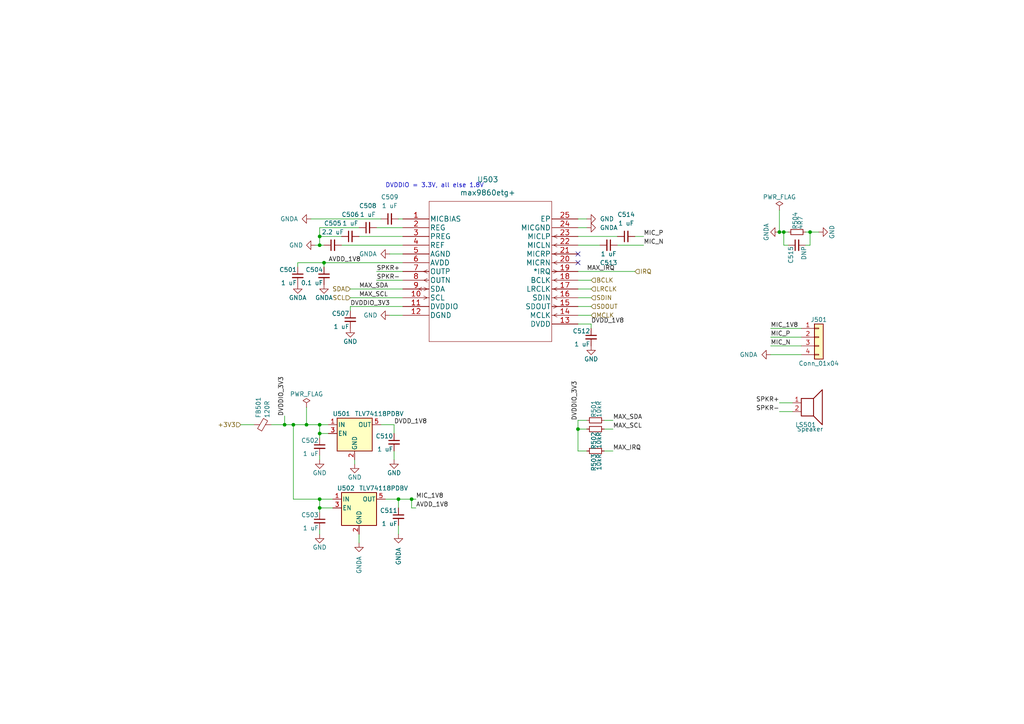
<source format=kicad_sch>
(kicad_sch (version 20211123) (generator eeschema)
  (paper "A4")
  (lib_symbols
    (symbol "2022-01-19_01-49-32:max9860etg+" (pin_names (offset 0.254))
      (property "Reference" "U" (at 25.4 10.16 0))
      (property "Value" "max9860etg+" (at 25.4 7.62 0))
      (symbol "max9860etg+_1_1"
        (polyline (pts (xy 5.5372 -20.828) (xy 4.4958 -20.32)) (stroke (width 0.127)))
        (polyline (pts (xy 5.5372 -19.812) (xy 4.4958 -20.32)) (stroke (width 0.127)))
        (polyline (pts (xy 7.112 -22.86) (xy 6.0452 -23.368)) (stroke (width 0.127)))
        (polyline (pts (xy 7.112 -22.86) (xy 6.0452 -22.352)) (stroke (width 0.127)))
        (polyline (pts (xy 7.112 -20.32) (xy 6.0452 -20.828)) (stroke (width 0.127)))
        (polyline (pts (xy 7.112 -20.32) (xy 6.0452 -19.812)) (stroke (width 0.127)))
        (polyline (pts (xy 7.112 -18.288) (xy 6.0452 -17.78)) (stroke (width 0.127)))
        (polyline (pts (xy 7.112 -17.272) (xy 6.0452 -17.78)) (stroke (width 0.127)))
        (polyline (pts (xy 7.112 -15.748) (xy 6.0452 -15.24)) (stroke (width 0.127)))
        (polyline (pts (xy 7.112 -14.732) (xy 6.0452 -15.24)) (stroke (width 0.127)))
        (polyline (pts (xy 7.62 -35.56) (xy 43.18 -35.56)) (stroke (width 0.127)))
        (polyline (pts (xy 7.62 5.08) (xy 7.62 -35.56)) (stroke (width 0.127)))
        (polyline (pts (xy 43.18 -35.56) (xy 43.18 5.08)) (stroke (width 0.127)))
        (polyline (pts (xy 43.18 5.08) (xy 7.62 5.08)) (stroke (width 0.127)))
        (polyline (pts (xy 43.688 -27.94) (xy 44.7548 -28.448)) (stroke (width 0.127)))
        (polyline (pts (xy 43.688 -27.94) (xy 44.7548 -27.432)) (stroke (width 0.127)))
        (polyline (pts (xy 43.688 -25.908) (xy 44.7548 -25.4)) (stroke (width 0.127)))
        (polyline (pts (xy 43.688 -24.892) (xy 44.7548 -25.4)) (stroke (width 0.127)))
        (polyline (pts (xy 43.688 -22.86) (xy 44.7548 -23.368)) (stroke (width 0.127)))
        (polyline (pts (xy 43.688 -22.86) (xy 44.7548 -22.352)) (stroke (width 0.127)))
        (polyline (pts (xy 43.688 -20.32) (xy 44.7548 -20.828)) (stroke (width 0.127)))
        (polyline (pts (xy 43.688 -20.32) (xy 44.7548 -19.812)) (stroke (width 0.127)))
        (polyline (pts (xy 43.688 -17.78) (xy 44.7548 -18.288)) (stroke (width 0.127)))
        (polyline (pts (xy 43.688 -17.78) (xy 44.7548 -17.272)) (stroke (width 0.127)))
        (polyline (pts (xy 43.688 -15.748) (xy 44.7548 -15.24)) (stroke (width 0.127)))
        (polyline (pts (xy 43.688 -14.732) (xy 44.7548 -15.24)) (stroke (width 0.127)))
        (polyline (pts (xy 43.688 -12.7) (xy 44.7548 -13.208)) (stroke (width 0.127)))
        (polyline (pts (xy 43.688 -12.7) (xy 44.7548 -12.192)) (stroke (width 0.127)))
        (polyline (pts (xy 43.688 -10.16) (xy 44.7548 -10.668)) (stroke (width 0.127)))
        (polyline (pts (xy 43.688 -10.16) (xy 44.7548 -9.652)) (stroke (width 0.127)))
        (polyline (pts (xy 43.688 -7.62) (xy 44.7548 -8.128)) (stroke (width 0.127)))
        (polyline (pts (xy 43.688 -7.62) (xy 44.7548 -7.112)) (stroke (width 0.127)))
        (polyline (pts (xy 43.688 -5.08) (xy 44.7548 -5.588)) (stroke (width 0.127)))
        (polyline (pts (xy 43.688 -5.08) (xy 44.7548 -4.572)) (stroke (width 0.127)))
        (pin unspecified line (at 0 0 0) (length 7.62) (name "MICBIAS") (number "1"))
        (pin input line (at 0 -22.86 0) (length 7.62) (name "SCL") (number "10"))
        (pin power_in line (at 0 -25.4 0) (length 7.62) (name "DVDDIO") (number "11"))
        (pin power_in line (at 0 -27.94 0) (length 7.62) (name "DGND") (number "12"))
        (pin power_in line (at 50.8 -30.48 180) (length 7.62) (name "DVDD") (number "13"))
        (pin input line (at 50.8 -27.94 180) (length 7.62) (name "MCLK") (number "14"))
        (pin output line (at 50.8 -25.4 180) (length 7.62) (name "SDOUT") (number "15"))
        (pin input line (at 50.8 -22.86 180) (length 7.62) (name "SDIN") (number "16"))
        (pin input line (at 50.8 -20.32 180) (length 7.62) (name "LRCLK") (number "17"))
        (pin input line (at 50.8 -17.78 180) (length 7.62) (name "BCLK") (number "18"))
        (pin output line (at 50.8 -15.24 180) (length 7.62) (name "*IRQ") (number "19"))
        (pin unspecified line (at 0 -2.54 0) (length 7.62) (name "REG") (number "2"))
        (pin input line (at 50.8 -12.7 180) (length 7.62) (name "MICRN") (number "20"))
        (pin input line (at 50.8 -10.16 180) (length 7.62) (name "MICRP") (number "21"))
        (pin input line (at 50.8 -7.62 180) (length 7.62) (name "MICLN") (number "22"))
        (pin input line (at 50.8 -5.08 180) (length 7.62) (name "MICLP") (number "23"))
        (pin power_in line (at 50.8 -2.54 180) (length 7.62) (name "MICGND") (number "24"))
        (pin unspecified line (at 50.8 0 180) (length 7.62) (name "EP") (number "25"))
        (pin unspecified line (at 0 -5.08 0) (length 7.62) (name "PREG") (number "3"))
        (pin unspecified line (at 0 -7.62 0) (length 7.62) (name "REF") (number "4"))
        (pin power_in line (at 0 -10.16 0) (length 7.62) (name "AGND") (number "5"))
        (pin power_in line (at 0 -12.7 0) (length 7.62) (name "AVDD") (number "6"))
        (pin output line (at 0 -15.24 0) (length 7.62) (name "OUTP") (number "7"))
        (pin output line (at 0 -17.78 0) (length 7.62) (name "OUTN") (number "8"))
        (pin bidirectional line (at 0 -20.32 0) (length 7.62) (name "SDA") (number "9"))
      )
    )
    (symbol "Connector_Generic:Conn_01x04" (pin_names (offset 1.016) hide)
      (property "Reference" "J" (at 0 5.08 0))
      (property "Value" "Conn_01x04" (at 0 -7.62 0))
      (symbol "Conn_01x04_1_1"
        (rectangle (start -1.27 -4.953) (end 0 -5.207) (stroke (width 0.1524)))
        (rectangle (start -1.27 -2.413) (end 0 -2.667) (stroke (width 0.1524)))
        (rectangle (start -1.27 0.127) (end 0 -0.127) (stroke (width 0.1524)))
        (rectangle (start -1.27 2.667) (end 0 2.413) (stroke (width 0.1524)))
        (rectangle (start -1.27 3.81) (end 1.27 -6.35) (stroke (width 0.254)) (fill (type background)))
        (pin passive line (at -5.08 2.54 0) (length 3.81) (name "Pin_1") (number "1"))
        (pin passive line (at -5.08 0 0) (length 3.81) (name "Pin_2") (number "2"))
        (pin passive line (at -5.08 -2.54 0) (length 3.81) (name "Pin_3") (number "3"))
        (pin passive line (at -5.08 -5.08 0) (length 3.81) (name "Pin_4") (number "4"))
      )
    )
    (symbol "Device:C_Small" (pin_numbers hide) (pin_names (offset 0.254) hide)
      (property "Reference" "C" (at 0.254 1.778 0))
      (property "Value" "C_Small" (at 0.254 -2.032 0))
      (symbol "C_Small_0_1"
        (polyline (pts (xy -1.524 -0.508) (xy 1.524 -0.508)) (stroke (width 0.3302)))
        (polyline (pts (xy -1.524 0.508) (xy 1.524 0.508)) (stroke (width 0.3048)))
      )
      (symbol "C_Small_1_1"
        (pin passive line (at 0 2.54 270) (length 2.032) (name "~") (number "1"))
        (pin passive line (at 0 -2.54 90) (length 2.032) (name "~") (number "2"))
      )
    )
    (symbol "Device:FerriteBead_Small" (pin_numbers hide) (pin_names (offset 0))
      (property "Reference" "FB" (at 1.905 1.27 0))
      (property "Value" "FerriteBead_Small" (at 1.905 -1.27 0))
      (symbol "FerriteBead_Small_0_1"
        (polyline (pts (xy 0 -1.27) (xy 0 -0.7874)))
        (polyline (pts (xy 0 0.889) (xy 0 1.2954)))
        (polyline (pts (xy -1.8288 0.2794) (xy -1.1176 1.4986) (xy 1.8288 -0.2032) (xy 1.1176 -1.4224) (xy -1.8288 0.2794)))
      )
      (symbol "FerriteBead_Small_1_1"
        (pin passive line (at 0 2.54 270) (length 1.27) (name "~") (number "1"))
        (pin passive line (at 0 -2.54 90) (length 1.27) (name "~") (number "2"))
      )
    )
    (symbol "Device:R_Small" (pin_numbers hide) (pin_names (offset 0.254) hide)
      (property "Reference" "R" (at 0.762 0.508 0))
      (property "Value" "R_Small" (at 0.762 -1.016 0))
      (symbol "R_Small_0_1"
        (rectangle (start -0.762 1.778) (end 0.762 -1.778) (stroke (width 0.2032)))
      )
      (symbol "R_Small_1_1"
        (pin passive line (at 0 2.54 270) (length 0.762) (name "~") (number "1"))
        (pin passive line (at 0 -2.54 90) (length 0.762) (name "~") (number "2"))
      )
    )
    (symbol "Device:Speaker" (pin_names (offset 0) hide)
      (property "Reference" "LS" (at 1.27 5.715 0))
      (property "Value" "Speaker" (at 1.27 3.81 0))
      (symbol "Speaker_0_0"
        (rectangle (start -2.54 1.27) (end 1.016 -3.81) (stroke (width 0.254)))
        (polyline (pts (xy 1.016 1.27) (xy 3.556 3.81) (xy 3.556 -6.35) (xy 1.016 -3.81)) (stroke (width 0.254)))
      )
      (symbol "Speaker_1_1"
        (pin input line (at -5.08 0 0) (length 2.54) (name "1") (number "1"))
        (pin input line (at -5.08 -2.54 0) (length 2.54) (name "2") (number "2"))
      )
    )
    (symbol "parts:TLV74118PDBV" (pin_names (offset 0.254))
      (property "Reference" "U" (at -3.81 5.715 0))
      (property "Value" "TLV74118PDBV" (at 0 5.715 0))
      (symbol "TLV74118PDBV_0_1"
        (rectangle (start -5.08 4.445) (end 5.08 -5.08) (stroke (width 0.254)) (fill (type background)))
      )
      (symbol "TLV74118PDBV_1_1"
        (pin power_in line (at -7.62 2.54 0) (length 2.54) (name "IN") (number "1"))
        (pin power_in line (at 0 -7.62 90) (length 2.54) (name "GND") (number "2"))
        (pin input line (at -7.62 0 0) (length 2.54) (name "EN") (number "3"))
        (pin no_connect line (at 5.08 0 180) (length 2.54) hide (name "NC") (number "4"))
        (pin power_out line (at 7.62 2.54 180) (length 2.54) (name "OUT") (number "5"))
      )
    )
    (symbol "power:GND" (power) (pin_names (offset 0))
      (property "Value" "GND" (at 0 -3.81 0))
      (symbol "GND_0_1"
        (polyline (pts (xy 0 0) (xy 0 -1.27) (xy 1.27 -1.27) (xy 0 -2.54) (xy -1.27 -1.27) (xy 0 -1.27)))
      )
      (symbol "GND_1_1"
        (pin power_in line (at 0 0 270) (length 0) hide (name "GND") (number "1"))
      )
    )
    (symbol "power:GNDA" (power) (pin_names (offset 0))
      (property "Value" "GNDA" (at 0 -3.81 0))
      (symbol "GNDA_0_1"
        (polyline (pts (xy 0 0) (xy 0 -1.27) (xy 1.27 -1.27) (xy 0 -2.54) (xy -1.27 -1.27) (xy 0 -1.27)))
      )
      (symbol "GNDA_1_1"
        (pin power_in line (at 0 0 270) (length 0) hide (name "GNDA") (number "1"))
      )
    )
    (symbol "power:PWR_FLAG" (power) (pin_numbers hide) (pin_names (offset 0) hide)
      (property "Value" "PWR_FLAG" (at 0 3.81 0))
      (symbol "PWR_FLAG_0_0"
        (pin power_out line (at 0 0 90) (length 0) (name "pwr") (number "1"))
      )
      (symbol "PWR_FLAG_0_1"
        (polyline (pts (xy 0 0) (xy 0 1.27) (xy -1.016 1.905) (xy 0 2.54) (xy 1.016 1.905) (xy 0 1.27)))
      )
    )
  )
  (junction (at 167.64 124.46))
  (junction (at 119.38 144.78))
  (junction (at 88.9 123.19))
  (junction (at 85.09 123.19))
  (junction (at 92.71 147.32))
  (junction (at 92.71 123.19))
  (junction (at 92.71 144.78))
  (junction (at 92.71 125.73))
  (junction (at 115.57 144.78))
  (junction (at 93.98 76.2))
  (junction (at 226.06 67.31))
  (junction (at 227.33 67.31))
  (junction (at 92.71 68.58))
  (junction (at 234.95 67.31))
  (junction (at 82.55 123.19))
  (junction (at 92.71 71.12))
  (no_connect (at 167.64 73.66))
  (no_connect (at 167.64 76.2))
  (wire (pts (xy 92.71 68.58) (xy 92.71 66.04)))
  (wire (pts (xy 114.3 123.19) (xy 114.3 125.73)))
  (wire (pts (xy 229.87 116.84) (xy 226.06 116.84)))
  (wire (pts (xy 175.26 130.81) (xy 177.8 130.81)))
  (wire (pts (xy 234.95 67.31) (xy 237.49 67.31)))
  (wire (pts (xy 167.64 93.98) (xy 171.45 93.98)))
  (wire (pts (xy 109.22 81.28) (xy 116.84 81.28)))
  (wire (pts (xy 104.14 154.94) (xy 104.14 157.48)))
  (wire (pts (xy 115.57 144.78) (xy 115.57 147.32)))
  (wire (pts (xy 226.06 67.31) (xy 227.33 67.31)))
  (wire (pts (xy 167.64 124.46) (xy 170.18 124.46)))
  (wire (pts (xy 101.6 88.9) (xy 116.84 88.9)))
  (wire (pts (xy 228.6 71.12) (xy 227.33 71.12)))
  (wire (pts (xy 167.64 121.92) (xy 167.64 124.46)))
  (wire (pts (xy 115.57 63.5) (xy 116.84 63.5)))
  (wire (pts (xy 223.52 102.87) (xy 232.41 102.87)))
  (wire (pts (xy 85.09 123.19) (xy 85.09 144.78)))
  (wire (pts (xy 113.03 91.44) (xy 116.84 91.44)))
  (wire (pts (xy 82.55 123.19) (xy 85.09 123.19)))
  (wire (pts (xy 233.68 67.31) (xy 234.95 67.31)))
  (wire (pts (xy 96.52 147.32) (xy 92.71 147.32)))
  (wire (pts (xy 223.52 95.25) (xy 232.41 95.25)))
  (wire (pts (xy 88.9 118.11) (xy 88.9 123.19)))
  (wire (pts (xy 167.64 66.04) (xy 170.18 66.04)))
  (wire (pts (xy 114.3 130.81) (xy 114.3 133.35)))
  (wire (pts (xy 110.49 123.19) (xy 114.3 123.19)))
  (wire (pts (xy 92.71 147.32) (xy 92.71 148.59)))
  (wire (pts (xy 91.44 71.12) (xy 92.71 71.12)))
  (wire (pts (xy 92.71 125.73) (xy 92.71 127)))
  (wire (pts (xy 78.74 123.19) (xy 82.55 123.19)))
  (wire (pts (xy 171.45 93.98) (xy 171.45 95.25)))
  (wire (pts (xy 167.64 68.58) (xy 179.07 68.58)))
  (wire (pts (xy 175.26 121.92) (xy 177.8 121.92)))
  (wire (pts (xy 115.57 144.78) (xy 119.38 144.78)))
  (wire (pts (xy 167.64 81.28) (xy 171.45 81.28)))
  (wire (pts (xy 226.06 60.96) (xy 226.06 67.31)))
  (wire (pts (xy 90.17 63.5) (xy 110.49 63.5)))
  (wire (pts (xy 119.38 144.78) (xy 120.65 144.78)))
  (wire (pts (xy 223.52 97.79) (xy 232.41 97.79)))
  (wire (pts (xy 113.03 73.66) (xy 116.84 73.66)))
  (wire (pts (xy 92.71 66.04) (xy 104.14 66.04)))
  (wire (pts (xy 92.71 125.73) (xy 92.71 123.19)))
  (wire (pts (xy 85.09 144.78) (xy 92.71 144.78)))
  (wire (pts (xy 167.64 86.36) (xy 171.45 86.36)))
  (wire (pts (xy 104.14 68.58) (xy 116.84 68.58)))
  (wire (pts (xy 119.38 147.32) (xy 119.38 144.78)))
  (wire (pts (xy 167.64 130.81) (xy 167.64 124.46)))
  (wire (pts (xy 86.36 76.2) (xy 93.98 76.2)))
  (wire (pts (xy 92.71 123.19) (xy 95.25 123.19)))
  (wire (pts (xy 120.65 147.32) (xy 119.38 147.32)))
  (wire (pts (xy 184.15 68.58) (xy 186.69 68.58)))
  (wire (pts (xy 101.6 88.9) (xy 101.6 90.17)))
  (wire (pts (xy 167.64 78.74) (xy 184.15 78.74)))
  (wire (pts (xy 227.33 67.31) (xy 228.6 67.31)))
  (wire (pts (xy 92.71 147.32) (xy 92.71 144.78)))
  (wire (pts (xy 93.98 76.2) (xy 93.98 77.47)))
  (wire (pts (xy 111.76 144.78) (xy 115.57 144.78)))
  (wire (pts (xy 86.36 77.47) (xy 86.36 76.2)))
  (wire (pts (xy 95.25 125.73) (xy 92.71 125.73)))
  (wire (pts (xy 93.98 76.2) (xy 116.84 76.2)))
  (wire (pts (xy 109.22 78.74) (xy 116.84 78.74)))
  (wire (pts (xy 179.07 71.12) (xy 186.69 71.12)))
  (wire (pts (xy 82.55 120.65) (xy 82.55 123.19)))
  (wire (pts (xy 99.06 71.12) (xy 116.84 71.12)))
  (wire (pts (xy 115.57 152.4) (xy 115.57 154.94)))
  (wire (pts (xy 227.33 71.12) (xy 227.33 67.31)))
  (wire (pts (xy 92.71 71.12) (xy 92.71 68.58)))
  (wire (pts (xy 88.9 123.19) (xy 92.71 123.19)))
  (wire (pts (xy 102.87 133.35) (xy 102.87 134.62)))
  (wire (pts (xy 92.71 144.78) (xy 96.52 144.78)))
  (wire (pts (xy 167.64 83.82) (xy 171.45 83.82)))
  (wire (pts (xy 109.22 66.04) (xy 116.84 66.04)))
  (wire (pts (xy 170.18 130.81) (xy 167.64 130.81)))
  (wire (pts (xy 175.26 124.46) (xy 177.8 124.46)))
  (wire (pts (xy 167.64 88.9) (xy 171.45 88.9)))
  (wire (pts (xy 170.18 121.92) (xy 167.64 121.92)))
  (wire (pts (xy 92.71 132.08) (xy 92.71 133.35)))
  (wire (pts (xy 101.6 86.36) (xy 116.84 86.36)))
  (wire (pts (xy 223.52 100.33) (xy 232.41 100.33)))
  (wire (pts (xy 92.71 153.67) (xy 92.71 154.94)))
  (wire (pts (xy 229.87 119.38) (xy 226.06 119.38)))
  (wire (pts (xy 167.64 91.44) (xy 171.45 91.44)))
  (wire (pts (xy 167.64 71.12) (xy 173.99 71.12)))
  (wire (pts (xy 101.6 83.82) (xy 116.84 83.82)))
  (wire (pts (xy 92.71 71.12) (xy 93.98 71.12)))
  (wire (pts (xy 85.09 123.19) (xy 88.9 123.19)))
  (wire (pts (xy 69.85 123.19) (xy 73.66 123.19)))
  (wire (pts (xy 233.68 71.12) (xy 234.95 71.12)))
  (wire (pts (xy 234.95 71.12) (xy 234.95 67.31)))
  (wire (pts (xy 167.64 63.5) (xy 170.18 63.5)))
  (wire (pts (xy 92.71 68.58) (xy 99.06 68.58)))
  (text "DVDDIO = 3.3V, all else 1.8V" (at 111.76 54.61 0) (effects (font (size 1.27 1.27)) (justify left bottom)))
  (label "DVDD_1V8" (at 114.3 123.19 0))
  (label "MAX_IRQ" (at 177.8 130.81 0))
  (label "MIC_N" (at 186.69 71.12 0))
  (label "SPKR-" (at 109.22 81.28 0))
  (label "AVDD_1V8" (at 95.25 76.2 0))
  (label "MIC_P" (at 186.69 68.58 0))
  (label "MIC_N" (at 223.52 100.33 0))
  (label "MIC_P" (at 223.52 97.79 0))
  (label "MAX_IRQ" (at 170.18 78.74 0))
  (label "MIC_1V8" (at 120.65 144.78 0))
  (label "AVDD_1V8" (at 120.65 147.32 0))
  (label "SPKR+" (at 109.22 78.74 0))
  (label "DVDDIO_3V3" (at 82.55 120.65 90))
  (label "MIC_1V8" (at 223.52 95.25 0))
  (label "MAX_SCL" (at 177.8 124.46 0))
  (label "MAX_SDA" (at 104.14 83.82 0))
  (label "DVDDIO_3V3" (at 167.64 121.92 90))
  (label "DVDD_1V8" (at 171.45 93.98 0))
  (label "SPKR+" (at 226.06 116.84 180))
  (label "MAX_SDA" (at 177.8 121.92 0))
  (label "DVDDIO_3V3" (at 101.6 88.9 0))
  (label "SPKR-" (at 226.06 119.38 180))
  (label "MAX_SCL" (at 104.14 86.36 0))
  (hierarchical_label "BCLK" (shape input) (at 171.45 81.28 0))
  (hierarchical_label "MCLK" (shape input) (at 171.45 91.44 0))
  (hierarchical_label "LRCLK" (shape input) (at 171.45 83.82 0))
  (hierarchical_label "SDIN" (shape input) (at 171.45 86.36 0))
  (hierarchical_label "IRQ" (shape input) (at 184.15 78.74 0))
  (hierarchical_label "SDOUT" (shape input) (at 171.45 88.9 0))
  (hierarchical_label "SDA" (shape input) (at 101.6 83.82 180))
  (hierarchical_label "SCL" (shape input) (at 101.6 86.36 180))
  (hierarchical_label "+3V3" (shape input) (at 69.85 123.19 180))
  (symbol (lib_id "parts:TLV74118PDBV") (at 104.14 147.32 0) (unit 1)
    (property "Reference" "U502" (at 100.33 141.605 0))
    (property "Value" "TLV74118PDBV" (at 104.14 141.605 0) (effects (justify left)))
    (property "Footprint" "Package_TO_SOT_SMD:SOT-23-5" (effects hide))
    (property "Datasheet" "https://www.ti.com/lit/ds/symlink/tlv741p.pdf" (effects hide))
  )
  (symbol (lib_id "Connector_Generic:Conn_01x04") (at 237.49 97.79 0) (unit 1)
    (property "Reference" "J501" (at 237.49 92.71 0))
    (property "Value" "Conn_01x04" (at 237.49 105.41 0))
    (property "Footprint" "Connector_PinSocket_2.54mm:PinSocket_1x04_P2.54mm_Vertical" (effects hide))
    (property "Digikey" "NoPart" (effects hide))
  )
  (symbol (lib_id "power:GND") (at 101.6 95.25 0) (unit 1)
    (property "Reference" "#PWR0507" (effects hide))
    (property "Value" "GND" (at 101.6 99.06 0))
  )
  (symbol (lib_id "power:GND") (at 91.44 71.12 270) (unit 1)
    (property "Reference" "#PWR0503" (effects hide))
    (property "Value" "GND" (at 83.82 71.12 90) (effects (justify left)))
  )
  (symbol (lib_id "Device:C_Small") (at 86.36 80.01 0) (mirror y) (unit 1)
    (property "Reference" "C501" (at 86.106 78.232 0) (effects (justify left)))
    (property "Value" "1 uF" (at 86.106 82.042 0) (effects (justify left)))
    (property "Footprint" "Capacitor_SMD:C_0603_1608Metric" (effects hide))
    (property "Digikey" "1276-1102-1-ND" (effects hide))
  )
  (symbol (lib_id "Device:C_Small") (at 114.3 128.27 0) (mirror y) (unit 1)
    (property "Reference" "C510" (at 114.046 126.492 0) (effects (justify left)))
    (property "Value" "1 uF" (at 114.046 130.302 0) (effects (justify left)))
    (property "Footprint" "Capacitor_SMD:C_0603_1608Metric" (effects hide))
    (property "Digikey" "1276-1102-1-ND" (effects hide))
  )
  (symbol (lib_id "2022-01-19_01-49-32:max9860etg+") (at 116.84 63.5 0) (unit 1)
    (property "Reference" "U503" (at 141.4653 52.07 0) (effects (font (size 1.524 1.524))))
    (property "Value" "max9860etg+" (at 141.4653 55.88 0) (effects (font (size 1.524 1.524))))
    (property "Footprint" "footprints:max9860etg&plus_" (effects hide))
  )
  (symbol (lib_id "Device:C_Small") (at 113.03 63.5 90) (unit 1)
    (property "Reference" "C509" (at 113.0363 57.15 90))
    (property "Value" "1 uF" (at 113.0363 59.69 90))
    (property "Footprint" "Capacitor_SMD:C_0603_1608Metric" (effects hide))
    (property "Digikey" "1276-1102-1-ND" (effects hide))
  )
  (symbol (lib_id "Device:C_Small") (at 92.71 151.13 0) (mirror y) (unit 1)
    (property "Reference" "C503" (at 92.456 149.352 0) (effects (justify left)))
    (property "Value" "1 uF" (at 92.456 153.162 0) (effects (justify left)))
    (property "Footprint" "Capacitor_SMD:C_0603_1608Metric" (effects hide))
    (property "Digikey" "1276-1102-1-ND" (effects hide))
  )
  (symbol (lib_id "Device:C_Small") (at 93.98 80.01 0) (mirror y) (unit 1)
    (property "Reference" "C504" (at 93.726 78.232 0) (effects (justify left)))
    (property "Value" "0.1 uF" (at 93.726 82.042 0) (effects (justify left)))
    (property "Footprint" "Capacitor_SMD:C_0402_1005Metric" (effects hide))
    (property "Digikey" "1276-1043-1-ND" (effects hide))
  )
  (symbol (lib_id "Device:Speaker") (at 234.95 116.84 0) (unit 1)
    (property "Reference" "LS501" (at 233.68 123.19 0))
    (property "Value" "Speaker" (at 234.95 124.46 0))
    (property "Footprint" "Connector_PinHeader_2.00mm:PinHeader_1x02_P2.00mm_Vertical" (effects hide))
    (property "Digikey" "NoPart" (effects hide))
  )
  (symbol (lib_id "parts:TLV74118PDBV") (at 102.87 125.73 0) (unit 1)
    (property "Reference" "U501" (at 99.06 120.015 0))
    (property "Value" "TLV74118PDBV" (at 102.87 120.015 0) (effects (justify left)))
    (property "Footprint" "Package_TO_SOT_SMD:SOT-23-5" (effects hide))
    (property "Datasheet" "https://www.ti.com/lit/ds/symlink/tlv741p.pdf" (effects hide))
  )
  (symbol (lib_id "Device:R_Small") (at 172.72 124.46 90) (mirror x) (unit 1)
    (property "Reference" "R502" (at 172.212 125.222 0) (effects (justify left)))
    (property "Value" "10kR" (at 173.736 125.222 0) (effects (justify left)))
    (property "Footprint" "Resistor_SMD:R_0402_1005Metric" (effects hide))
    (property "Digikey" "RMCF0402FT10K0CT-ND" (effects hide))
  )
  (symbol (lib_id "power:GNDA") (at 86.36 82.55 0) (unit 1)
    (property "Reference" "#PWR0501" (effects hide))
    (property "Value" "GNDA" (at 86.36 86.36 0))
  )
  (symbol (lib_id "Device:R_Small") (at 172.72 130.81 90) (mirror x) (unit 1)
    (property "Reference" "R503" (at 172.212 131.572 0) (effects (justify left)))
    (property "Value" "10kR" (at 173.736 131.572 0) (effects (justify left)))
    (property "Footprint" "Resistor_SMD:R_0402_1005Metric" (effects hide))
    (property "Digikey" "RMCF0402FT10K0CT-ND" (effects hide))
  )
  (symbol (lib_id "power:GND") (at 171.45 100.33 0) (unit 1)
    (property "Reference" "#PWR0516" (effects hide))
    (property "Value" "GND" (at 171.45 104.14 0))
  )
  (symbol (lib_id "power:GND") (at 114.3 133.35 0) (unit 1)
    (property "Reference" "#PWR0512" (effects hide))
    (property "Value" "GND" (at 114.3 137.16 0))
  )
  (symbol (lib_id "power:GNDA") (at 115.57 154.94 0) (unit 1)
    (property "Reference" "#PWR0513" (effects hide))
    (property "Value" "GNDA" (at 115.5701 158.75 90) (effects (justify right)))
  )
  (symbol (lib_id "Device:FerriteBead_Small") (at 76.2 123.19 90) (unit 1)
    (property "Reference" "FB501" (at 74.93 121.285 0) (effects (justify left)))
    (property "Value" "120R" (at 77.47 121.285 0) (effects (justify left)))
    (property "Footprint" "Capacitor_SMD:C_0402_1005Metric" (effects hide))
    (property "Digikey" "732-2366-1-ND" (effects hide))
  )
  (symbol (lib_id "Device:C_Small") (at 96.52 71.12 90) (unit 1)
    (property "Reference" "C505" (at 96.5263 64.77 90))
    (property "Value" "2.2 uF" (at 96.5263 67.31 90))
    (property "Footprint" "Capacitor_SMD:C_0603_1608Metric" (effects hide))
    (property "Digikey" "587-1430-1-ND" (effects hide))
  )
  (symbol (lib_id "power:GNDA") (at 104.14 157.48 0) (unit 1)
    (property "Reference" "#PWR0509" (effects hide))
    (property "Value" "GNDA" (at 104.1401 161.29 90) (effects (justify right)))
  )
  (symbol (lib_id "power:PWR_FLAG") (at 226.06 60.96 0) (unit 1)
    (property "Reference" "#FLG0101" (effects hide))
    (property "Value" "PWR_FLAG" (at 226.06 57.15 0))
  )
  (symbol (lib_id "power:GND") (at 92.71 133.35 0) (unit 1)
    (property "Reference" "#PWR0504" (effects hide))
    (property "Value" "GND" (at 92.71 137.16 0))
  )
  (symbol (lib_id "power:GND") (at 237.49 67.31 90) (unit 1)
    (property "Reference" "#PWR0519" (effects hide))
    (property "Value" "GND" (at 241.3 67.31 0))
  )
  (symbol (lib_id "Device:C_Small") (at 176.53 71.12 270) (unit 1)
    (property "Reference" "C513" (at 176.53 76.2 90))
    (property "Value" "1 uF" (at 176.53 73.66 90))
    (property "Footprint" "Capacitor_SMD:C_0603_1608Metric" (effects hide))
    (property "Digikey" "1276-1102-1-ND" (effects hide))
  )
  (symbol (lib_id "power:PWR_FLAG") (at 88.9 118.11 0) (unit 1)
    (property "Reference" "#FLG0501" (effects hide))
    (property "Value" "PWR_FLAG" (at 88.9 114.3 0))
  )
  (symbol (lib_id "Device:C_Small") (at 115.57 149.86 0) (mirror y) (unit 1)
    (property "Reference" "C511" (at 115.316 148.082 0) (effects (justify left)))
    (property "Value" "1 uF" (at 115.316 151.892 0) (effects (justify left)))
    (property "Footprint" "Capacitor_SMD:C_0603_1608Metric" (effects hide))
    (property "Digikey" "1276-1102-1-ND" (effects hide))
  )
  (symbol (lib_id "power:GNDA") (at 170.18 66.04 90) (unit 1)
    (property "Reference" "#PWR0515" (effects hide))
    (property "Value" "GNDA" (at 173.99 66.0399 90) (effects (justify right)))
  )
  (symbol (lib_id "power:GNDA") (at 223.52 102.87 270) (unit 1)
    (property "Reference" "#PWR0517" (effects hide))
    (property "Value" "GNDA" (at 219.71 102.8701 90) (effects (justify right)))
  )
  (symbol (lib_id "Device:C_Small") (at 101.6 92.71 0) (mirror y) (unit 1)
    (property "Reference" "C507" (at 101.346 90.932 0) (effects (justify left)))
    (property "Value" "1 uF" (at 101.346 94.742 0) (effects (justify left)))
    (property "Footprint" "Capacitor_SMD:C_0603_1608Metric" (effects hide))
    (property "Digikey" "1276-1102-1-ND" (effects hide))
  )
  (symbol (lib_id "power:GND") (at 92.71 154.94 0) (unit 1)
    (property "Reference" "#PWR0505" (effects hide))
    (property "Value" "GND" (at 92.71 158.75 0))
  )
  (symbol (lib_id "power:GND") (at 170.18 63.5 90) (unit 1)
    (property "Reference" "#PWR0514" (effects hide))
    (property "Value" "GND" (at 173.99 63.4999 90) (effects (justify right)))
  )
  (symbol (lib_id "Device:R_Small") (at 172.72 121.92 90) (unit 1)
    (property "Reference" "R501" (at 172.212 121.158 0) (effects (justify left)))
    (property "Value" "10kR" (at 173.736 121.158 0) (effects (justify left)))
    (property "Footprint" "Resistor_SMD:R_0402_1005Metric" (effects hide))
    (property "Digikey" "RMCF0402FT10K0CT-ND" (effects hide))
  )
  (symbol (lib_id "Device:C_Small") (at 231.14 71.12 90) (mirror x) (unit 1)
    (property "Reference" "C515" (at 229.362 71.374 0) (effects (justify left)))
    (property "Value" "DNP" (at 233.172 71.374 0) (effects (justify left)))
    (property "Footprint" "Capacitor_SMD:C_0402_1005Metric" (effects hide))
    (property "Digikey" "NoPart" (effects hide))
  )
  (symbol (lib_id "power:GND") (at 113.03 91.44 270) (unit 1)
    (property "Reference" "#PWR0511" (effects hide))
    (property "Value" "GND" (at 105.41 91.44 90) (effects (justify left)))
  )
  (symbol (lib_id "power:GND") (at 102.87 134.62 0) (unit 1)
    (property "Reference" "#PWR0508" (effects hide))
    (property "Value" "GND" (at 102.87 138.43 0))
  )
  (symbol (lib_id "Device:C_Small") (at 92.71 129.54 0) (mirror y) (unit 1)
    (property "Reference" "C502" (at 92.456 127.762 0) (effects (justify left)))
    (property "Value" "1 uF" (at 92.456 131.572 0) (effects (justify left)))
    (property "Footprint" "Capacitor_SMD:C_0603_1608Metric" (effects hide))
    (property "Digikey" "1276-1102-1-ND" (effects hide))
  )
  (symbol (lib_id "Device:C_Small") (at 171.45 97.79 0) (mirror y) (unit 1)
    (property "Reference" "C512" (at 171.196 96.012 0) (effects (justify left)))
    (property "Value" "1 uF" (at 171.196 99.822 0) (effects (justify left)))
    (property "Footprint" "Capacitor_SMD:C_0603_1608Metric" (effects hide))
    (property "Digikey" "1276-1102-1-ND" (effects hide))
  )
  (symbol (lib_id "power:GNDA") (at 90.17 63.5 270) (unit 1)
    (property "Reference" "#PWR0502" (effects hide))
    (property "Value" "GNDA" (at 81.28 63.5 90) (effects (justify left)))
  )
  (symbol (lib_id "Device:R_Small") (at 231.14 67.31 90) (unit 1)
    (property "Reference" "R504" (at 230.632 66.548 0) (effects (justify left)))
    (property "Value" "4R7" (at 232.156 66.548 0) (effects (justify left)))
    (property "Footprint" "Resistor_SMD:R_0402_1005Metric" (effects hide))
    (property "Digikey" "A130034CT-ND" (effects hide))
  )
  (symbol (lib_id "power:GNDA") (at 226.06 67.31 270) (unit 1)
    (property "Reference" "#PWR0518" (effects hide))
    (property "Value" "GNDA" (at 222.25 67.31 0))
  )
  (symbol (lib_id "Device:C_Small") (at 101.6 68.58 90) (unit 1)
    (property "Reference" "C506" (at 101.6063 62.23 90))
    (property "Value" "1 uF" (at 101.6063 64.77 90))
    (property "Footprint" "Capacitor_SMD:C_0603_1608Metric" (effects hide))
    (property "Digikey" "1276-1102-1-ND" (effects hide))
  )
  (symbol (lib_id "power:GNDA") (at 113.03 73.66 270) (unit 1)
    (property "Reference" "#PWR0510" (effects hide))
    (property "Value" "GNDA" (at 104.14 73.66 90) (effects (justify left)))
  )
  (symbol (lib_id "Device:C_Small") (at 181.61 68.58 90) (unit 1)
    (property "Reference" "C514" (at 181.6163 62.23 90))
    (property "Value" "1 uF" (at 181.6163 64.77 90))
    (property "Footprint" "Capacitor_SMD:C_0603_1608Metric" (effects hide))
    (property "Digikey" "1276-1102-1-ND" (effects hide))
  )
  (symbol (lib_id "power:GNDA") (at 93.98 82.55 0) (unit 1)
    (property "Reference" "#PWR0506" (effects hide))
    (property "Value" "GNDA" (at 93.98 86.36 0))
  )
  (symbol (lib_id "Device:C_Small") (at 106.68 66.04 90) (unit 1)
    (property "Reference" "C508" (at 106.6863 59.69 90))
    (property "Value" "1 uF" (at 106.6863 62.23 90))
    (property "Footprint" "Capacitor_SMD:C_0603_1608Metric" (effects hide))
    (property "Digikey" "1276-1102-1-ND" (effects hide))
  )
)
</source>
